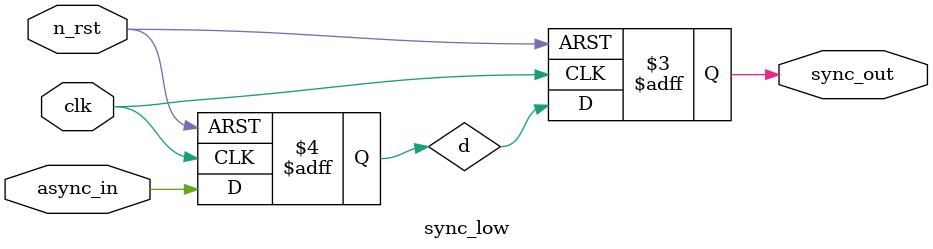
<source format=sv>

module sync_low(
 input logic clk,
 input logic n_rst,
 input logic async_in,
 output logic sync_out
);
reg d;
always_ff @(posedge clk, negedge n_rst ) begin : sync
    if(n_rst == 0) begin
        d <= 0;
        sync_out <= 0;
    end else begin
        d <= async_in;
        sync_out <= d;
    end
end

endmodule
</source>
